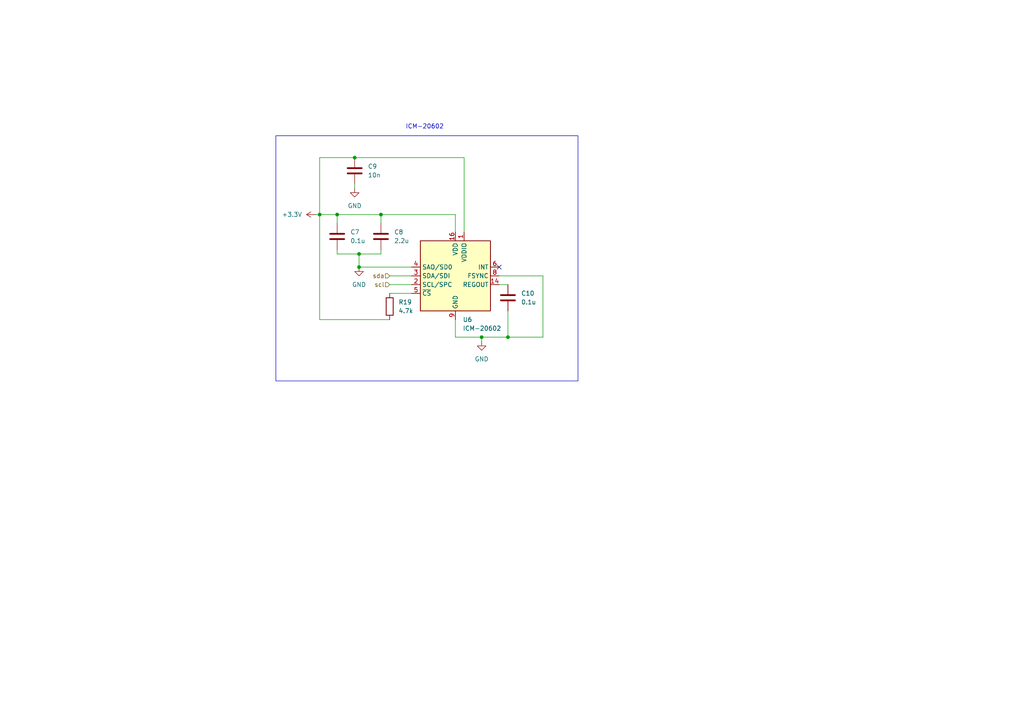
<source format=kicad_sch>
(kicad_sch (version 20250114) (generator "eeschema") (generator_version "9.0")
  (paper "A4")
  (lib_symbols
    (symbol "Device:C" (pin_numbers (hide yes)) (pin_names (offset 0.254))
      (property "Reference" "C" (at 0.635 2.54 0))
      (property "Value" "C" (at 0.635 -2.54 0))
      (symbol "C_0_1"
        (polyline (pts (xy -2.032 0.762) (xy 2.032 0.762)) (stroke (width 0.508)))
        (polyline (pts (xy -2.032 -0.762) (xy 2.032 -0.762)) (stroke (width 0.508)))
      )
      (symbol "C_1_1"
        (pin passive line (at 0 3.81 270) (length 2.794) (name "~") (number "1"))
        (pin passive line (at 0 -3.81 90) (length 2.794) (name "~") (number "2"))
      )
    )
    (symbol "Device:R" (pin_numbers (hide yes)) (pin_names (offset 0))
      (property "Reference" "R" (at 2.032 0 90))
      (property "Value" "R" (at 0 0 90))
      (symbol "R_0_1"
        (rectangle (start -1.016 -2.54) (end 1.016 2.54) (stroke (width 0.254)))
      )
      (symbol "R_1_1"
        (pin passive line (at 0 3.81 270) (length 1.27) (name "~") (number "1"))
        (pin passive line (at 0 -3.81 90) (length 1.27) (name "~") (number "2"))
      )
    )
    (symbol "Sensor_Motion:ICM-20602"
      (property "Reference" "U" (at -10.16 11.43 0))
      (property "Value" "ICM-20602" (at 10.16 11.43 0))
      (symbol "ICM-20602_0_1"
        (rectangle (start -10.16 10.16) (end 10.16 -10.16) (stroke (width 0.254)) (fill (type background)))
      )
      (symbol "ICM-20602_1_1"
        (pin bidirectional line (at -12.7 2.54 0) (length 2.54) (name "SAO/SD0") (number "4"))
        (pin bidirectional line (at -12.7 0 0) (length 2.54) (name "SDA/SDI") (number "3"))
        (pin input line (at -12.7 -2.54 0) (length 2.54) (name "SCL/SPC") (number "2"))
        (pin input line (at -12.7 -5.08 0) (length 2.54) (name "~{CS}") (number "5"))
        (pin no_connect line (at -10.16 5.08 0) (length 2.54) (hide yes) (name "RESV") (number "7"))
        (pin power_in line (at 0 12.7 270) (length 2.54) (name "VDD") (number "16"))
        (pin passive line (at 0 -12.7 90) (length 2.54) (hide yes) (name "GND") (number "10"))
        (pin passive line (at 0 -12.7 90) (length 2.54) (hide yes) (name "GND") (number "11"))
        (pin passive line (at 0 -12.7 90) (length 2.54) (hide yes) (name "GND") (number "12"))
        (pin passive line (at 0 -12.7 90) (length 2.54) (hide yes) (name "GND") (number "13"))
        (pin passive line (at 0 -12.7 90) (length 2.54) (hide yes) (name "GND") (number "15"))
        (pin power_in line (at 0 -12.7 90) (length 2.54) (name "GND") (number "9"))
        (pin power_in line (at 2.54 12.7 270) (length 2.54) (name "VDDIO") (number "1"))
        (pin output line (at 12.7 2.54 180) (length 2.54) (name "INT") (number "6"))
        (pin input line (at 12.7 0 180) (length 2.54) (name "FSYNC") (number "8"))
        (pin passive line (at 12.7 -2.54 180) (length 2.54) (name "REGOUT") (number "14"))
      )
    )
    (symbol "power:+3.3V" (power) (pin_numbers (hide yes)) (pin_names (offset 0) (hide yes))
      (property "Value" "+3.3V" (at 0 3.556 0))
      (symbol "+3.3V_0_1"
        (polyline (pts (xy -0.762 1.27) (xy 0 2.54)))
        (polyline (pts (xy 0 2.54) (xy 0.762 1.27)))
        (polyline (pts (xy 0 0) (xy 0 2.54)))
      )
      (symbol "+3.3V_1_1"
        (pin power_in line (at 0 0 90) (length 0) (name "~") (number "1"))
      )
    )
    (symbol "power:GND" (power) (pin_numbers (hide yes)) (pin_names (offset 0) (hide yes))
      (property "Value" "GND" (at 0 -3.81 0))
      (symbol "GND_0_1"
        (polyline (pts (xy 0 0) (xy 0 -1.27) (xy 1.27 -1.27) (xy 0 -2.54) (xy -1.27 -1.27) (xy 0 -1.27)))
      )
      (symbol "GND_1_1"
        (pin power_in line (at 0 0 270) (length 0) (name "~") (number "1"))
      )
    )
  )
  (rectangle (start 80.01 39.37) (end 167.64 110.49))
  (text "ICM-20602\n" (at 123.19 36.83 0) (effects (font (size 1.27 1.27))))
  (junction (at 104.14 73.66))
  (junction (at 139.7 97.79))
  (junction (at 97.79 62.23))
  (junction (at 104.14 77.47))
  (junction (at 110.49 62.23))
  (junction (at 147.32 97.79))
  (junction (at 92.71 62.23))
  (junction (at 102.87 45.72))
  (no_connect (at 144.78 77.47))
  (wire (pts (xy 104.14 73.66) (xy 104.14 77.47)))
  (wire (pts (xy 110.49 73.66) (xy 110.49 72.39)))
  (wire (pts (xy 139.7 97.79) (xy 139.7 99.06)))
  (wire (pts (xy 147.32 97.79) (xy 147.32 90.17)))
  (wire (pts (xy 132.08 92.71) (xy 132.08 97.79)))
  (wire (pts (xy 110.49 62.23) (xy 132.08 62.23)))
  (wire (pts (xy 134.62 67.31) (xy 134.62 45.72)))
  (wire (pts (xy 144.78 80.01) (xy 157.48 80.01)))
  (wire (pts (xy 91.44 62.23) (xy 92.71 62.23)))
  (wire (pts (xy 113.03 85.09) (xy 119.38 85.09)))
  (wire (pts (xy 104.14 73.66) (xy 110.49 73.66)))
  (wire (pts (xy 104.14 77.47) (xy 119.38 77.47)))
  (wire (pts (xy 97.79 73.66) (xy 104.14 73.66)))
  (wire (pts (xy 97.79 62.23) (xy 110.49 62.23)))
  (wire (pts (xy 92.71 92.71) (xy 92.71 62.23)))
  (wire (pts (xy 157.48 80.01) (xy 157.48 97.79)))
  (wire (pts (xy 102.87 54.61) (xy 102.87 53.34)))
  (wire (pts (xy 157.48 97.79) (xy 147.32 97.79)))
  (wire (pts (xy 113.03 82.55) (xy 119.38 82.55)))
  (wire (pts (xy 92.71 45.72) (xy 102.87 45.72)))
  (wire (pts (xy 113.03 92.71) (xy 92.71 92.71)))
  (wire (pts (xy 92.71 62.23) (xy 97.79 62.23)))
  (wire (pts (xy 144.78 82.55) (xy 147.32 82.55)))
  (wire (pts (xy 92.71 62.23) (xy 92.71 45.72)))
  (wire (pts (xy 139.7 97.79) (xy 147.32 97.79)))
  (wire (pts (xy 113.03 80.01) (xy 119.38 80.01)))
  (wire (pts (xy 97.79 73.66) (xy 97.79 72.39)))
  (wire (pts (xy 132.08 97.79) (xy 139.7 97.79)))
  (wire (pts (xy 132.08 62.23) (xy 132.08 67.31)))
  (wire (pts (xy 97.79 64.77) (xy 97.79 62.23)))
  (wire (pts (xy 110.49 64.77) (xy 110.49 62.23)))
  (wire (pts (xy 134.62 45.72) (xy 102.87 45.72)))
  (hierarchical_label "scl" (shape input) (at 113.03 82.55 180))
  (hierarchical_label "sda" (shape input) (at 113.03 80.01 180))
  (symbol (lib_id "power:GND") (at 102.87 54.61 0) (unit 1)
    (property "Reference" "#PWR026" (effects (hide yes)))
    (property "Value" "GND" (at 102.87 59.69 0))
    (property "Description" "Power symbol creates a global label with name \"GND\" , ground" (effects (hide yes)))
  )
  (symbol (lib_id "power:GND") (at 104.14 77.47 0) (unit 1)
    (property "Reference" "#PWR025" (effects (hide yes)))
    (property "Value" "GND" (at 104.14 82.55 0))
    (property "Description" "Power symbol creates a global label with name \"GND\" , ground" (effects (hide yes)))
  )
  (symbol (lib_id "Device:C") (at 102.87 49.53 0) (unit 1)
    (property "Reference" "C9" (at 106.68 48.2599 0) (effects (justify left)))
    (property "Value" "10n" (at 106.68 50.7999 0) (effects (justify left)))
    (property "Footprint" "Capacitor_SMD:C_0402_1005Metric_Pad0.74x0.62mm_HandSolder" (effects (hide yes)))
    (property "Description" "Unpolarized capacitor" (effects (hide yes)))
    (property "Supplier Name" "JLCPCB" (effects (hide yes)))
    (property "Supplier Part Number" "C15195" (effects (hide yes)))
  )
  (symbol (lib_id "power:+3.3V") (at 91.44 62.23 90) (unit 1)
    (property "Reference" "#PWR024" (effects (hide yes)))
    (property "Value" "+3.3V" (at 87.63 62.2299 90) (effects (justify left)))
    (property "Description" "Power symbol creates a global label with name \"+3.3V\"" (effects (hide yes)))
  )
  (symbol (lib_id "power:GND") (at 139.7 99.06 0) (unit 1)
    (property "Reference" "#PWR027" (effects (hide yes)))
    (property "Value" "GND" (at 139.7 104.14 0))
    (property "Description" "Power symbol creates a global label with name \"GND\" , ground" (effects (hide yes)))
  )
  (symbol (lib_id "Device:R") (at 113.03 88.9 180) (unit 1)
    (property "Reference" "R19" (at 115.57 87.6299 0) (effects (justify right)))
    (property "Value" "4.7k" (at 115.57 90.1699 0) (effects (justify right)))
    (property "Footprint" "Resistor_SMD:R_0402_1005Metric_Pad0.72x0.64mm_HandSolder" (effects (hide yes)))
    (property "Description" "Resistor" (effects (hide yes)))
    (property "Supplier Name" "JLCPCB" (effects (hide yes)))
    (property "Manufacturer_Name" "UNI-ROYAL(Uniroyal Elec)" (effects (hide yes)))
    (property "Manufacturer_Part_Number" "0402WGF4701TCE" (effects (hide yes)))
  )
  (symbol (lib_id "Device:C") (at 147.32 86.36 0) (unit 1)
    (property "Reference" "C10" (at 151.13 85.0899 0) (effects (justify left)))
    (property "Value" "0.1u" (at 151.13 87.6299 0) (effects (justify left)))
    (property "Footprint" "Capacitor_SMD:C_0402_1005Metric_Pad0.74x0.62mm_HandSolder" (effects (hide yes)))
    (property "Description" "Unpolarized capacitor" (effects (hide yes)))
    (property "Supplier Name" "JLCPCB" (effects (hide yes)))
    (property "Supplier Part Number" "C307331" (effects (hide yes)))
  )
  (symbol (lib_id "Sensor_Motion:ICM-20602") (at 132.08 80.01 0) (unit 1)
    (property "Reference" "U6" (at 134.2233 92.71 0) (effects (justify left)))
    (property "Value" "ICM-20602" (at 134.2233 95.25 0) (effects (justify left)))
    (property "Footprint" "Package_LGA:LGA-16_3x3mm_P0.5mm_LayoutBorder3x5y" (effects (hide yes)))
    (property "Datasheet" "http://www.invensense.com/wp-content/uploads/2016/10/DS-000176-ICM-20602-v1.0.pdf" (effects (hide yes)))
    (property "Description" "High performance 6-Axis MEMS motion tracking, SPI/I2C interface, LGA-16" (effects (hide yes)))
    (property "Manufacturer_Part_Number" "ICM-20602" (effects (hide yes)))
    (property "Supplier Name" "JLCPCB" (effects (hide yes)))
    (property "Supplier Part Number" "C97633" (effects (hide yes)))
    (property "Variant" "IMU" (effects (hide yes)))
  )
  (symbol (lib_id "Device:C") (at 97.79 68.58 0) (unit 1)
    (property "Reference" "C7" (at 101.6 67.3099 0) (effects (justify left)))
    (property "Value" "0.1u" (at 101.6 69.8499 0) (effects (justify left)))
    (property "Footprint" "Capacitor_SMD:C_0402_1005Metric_Pad0.74x0.62mm_HandSolder" (effects (hide yes)))
    (property "Description" "Unpolarized capacitor" (effects (hide yes)))
    (property "Supplier Name" "JLCPCB" (effects (hide yes)))
    (property "Supplier Part Number" "C307331" (effects (hide yes)))
  )
  (symbol (lib_id "Device:C") (at 110.49 68.58 0) (unit 1)
    (property "Reference" "C8" (at 114.3 67.3099 0) (effects (justify left)))
    (property "Value" "2.2u" (at 114.3 69.8499 0) (effects (justify left)))
    (property "Footprint" "Capacitor_SMD:C_0603_1608Metric_Pad1.08x0.95mm_HandSolder" (effects (hide yes)))
    (property "Description" "Unpolarized capacitor" (effects (hide yes)))
    (property "Supplier Name" "JLCPCB" (effects (hide yes)))
    (property "Supplier Part Number" "C23630" (effects (hide yes)))
  )
)
</source>
